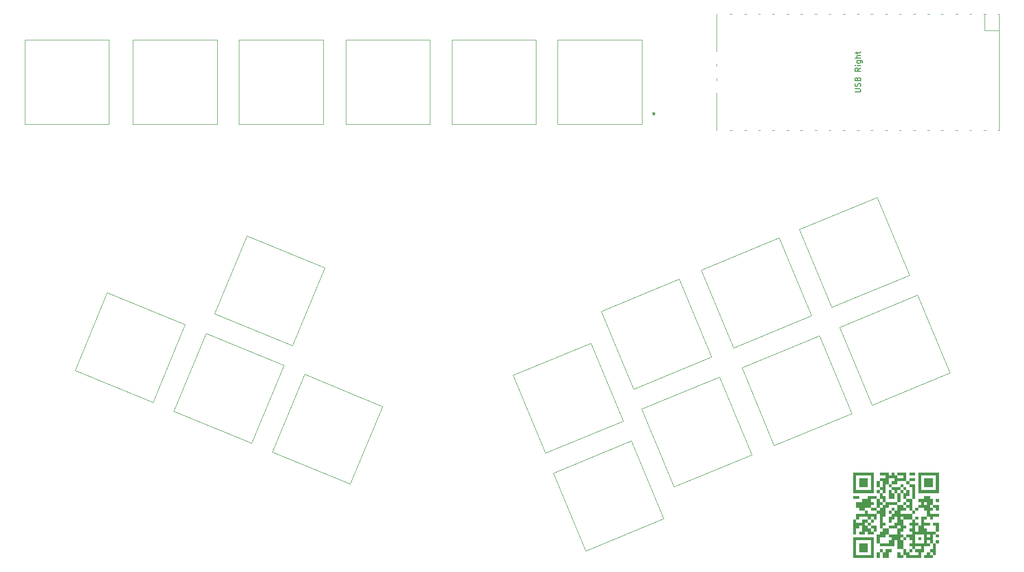
<source format=gbr>
%TF.GenerationSoftware,KiCad,Pcbnew,7.0.5*%
%TF.CreationDate,2023-07-09T01:00:59-05:00*%
%TF.ProjectId,NanoSwap,4e616e6f-5377-4617-902e-6b696361645f,rev?*%
%TF.SameCoordinates,Original*%
%TF.FileFunction,Legend,Top*%
%TF.FilePolarity,Positive*%
%FSLAX46Y46*%
G04 Gerber Fmt 4.6, Leading zero omitted, Abs format (unit mm)*
G04 Created by KiCad (PCBNEW 7.0.5) date 2023-07-09 01:00:59*
%MOMM*%
%LPD*%
G01*
G04 APERTURE LIST*
%ADD10C,0.200000*%
%ADD11C,0.150000*%
%ADD12C,0.120000*%
G04 APERTURE END LIST*
D10*
X166619469Y-56779219D02*
X166619469Y-57017314D01*
X166857564Y-56922076D02*
X166619469Y-57017314D01*
X166619469Y-57017314D02*
X166381374Y-56922076D01*
X166762326Y-57207790D02*
X166619469Y-57017314D01*
X166619469Y-57017314D02*
X166476612Y-57207790D01*
D11*
%TO.C,USB Right*%
X202908819Y-53101428D02*
X203718342Y-53101428D01*
X203718342Y-53101428D02*
X203813580Y-53053809D01*
X203813580Y-53053809D02*
X203861200Y-53006190D01*
X203861200Y-53006190D02*
X203908819Y-52910952D01*
X203908819Y-52910952D02*
X203908819Y-52720476D01*
X203908819Y-52720476D02*
X203861200Y-52625238D01*
X203861200Y-52625238D02*
X203813580Y-52577619D01*
X203813580Y-52577619D02*
X203718342Y-52530000D01*
X203718342Y-52530000D02*
X202908819Y-52530000D01*
X203861200Y-52101428D02*
X203908819Y-51958571D01*
X203908819Y-51958571D02*
X203908819Y-51720476D01*
X203908819Y-51720476D02*
X203861200Y-51625238D01*
X203861200Y-51625238D02*
X203813580Y-51577619D01*
X203813580Y-51577619D02*
X203718342Y-51530000D01*
X203718342Y-51530000D02*
X203623104Y-51530000D01*
X203623104Y-51530000D02*
X203527866Y-51577619D01*
X203527866Y-51577619D02*
X203480247Y-51625238D01*
X203480247Y-51625238D02*
X203432628Y-51720476D01*
X203432628Y-51720476D02*
X203385009Y-51910952D01*
X203385009Y-51910952D02*
X203337390Y-52006190D01*
X203337390Y-52006190D02*
X203289771Y-52053809D01*
X203289771Y-52053809D02*
X203194533Y-52101428D01*
X203194533Y-52101428D02*
X203099295Y-52101428D01*
X203099295Y-52101428D02*
X203004057Y-52053809D01*
X203004057Y-52053809D02*
X202956438Y-52006190D01*
X202956438Y-52006190D02*
X202908819Y-51910952D01*
X202908819Y-51910952D02*
X202908819Y-51672857D01*
X202908819Y-51672857D02*
X202956438Y-51530000D01*
X203385009Y-50768095D02*
X203432628Y-50625238D01*
X203432628Y-50625238D02*
X203480247Y-50577619D01*
X203480247Y-50577619D02*
X203575485Y-50530000D01*
X203575485Y-50530000D02*
X203718342Y-50530000D01*
X203718342Y-50530000D02*
X203813580Y-50577619D01*
X203813580Y-50577619D02*
X203861200Y-50625238D01*
X203861200Y-50625238D02*
X203908819Y-50720476D01*
X203908819Y-50720476D02*
X203908819Y-51101428D01*
X203908819Y-51101428D02*
X202908819Y-51101428D01*
X202908819Y-51101428D02*
X202908819Y-50768095D01*
X202908819Y-50768095D02*
X202956438Y-50672857D01*
X202956438Y-50672857D02*
X203004057Y-50625238D01*
X203004057Y-50625238D02*
X203099295Y-50577619D01*
X203099295Y-50577619D02*
X203194533Y-50577619D01*
X203194533Y-50577619D02*
X203289771Y-50625238D01*
X203289771Y-50625238D02*
X203337390Y-50672857D01*
X203337390Y-50672857D02*
X203385009Y-50768095D01*
X203385009Y-50768095D02*
X203385009Y-51101428D01*
X203908819Y-48768095D02*
X203432628Y-49101428D01*
X203908819Y-49339523D02*
X202908819Y-49339523D01*
X202908819Y-49339523D02*
X202908819Y-48958571D01*
X202908819Y-48958571D02*
X202956438Y-48863333D01*
X202956438Y-48863333D02*
X203004057Y-48815714D01*
X203004057Y-48815714D02*
X203099295Y-48768095D01*
X203099295Y-48768095D02*
X203242152Y-48768095D01*
X203242152Y-48768095D02*
X203337390Y-48815714D01*
X203337390Y-48815714D02*
X203385009Y-48863333D01*
X203385009Y-48863333D02*
X203432628Y-48958571D01*
X203432628Y-48958571D02*
X203432628Y-49339523D01*
X203908819Y-48339523D02*
X203242152Y-48339523D01*
X202908819Y-48339523D02*
X202956438Y-48387142D01*
X202956438Y-48387142D02*
X203004057Y-48339523D01*
X203004057Y-48339523D02*
X202956438Y-48291904D01*
X202956438Y-48291904D02*
X202908819Y-48339523D01*
X202908819Y-48339523D02*
X203004057Y-48339523D01*
X203242152Y-47434762D02*
X204051676Y-47434762D01*
X204051676Y-47434762D02*
X204146914Y-47482381D01*
X204146914Y-47482381D02*
X204194533Y-47530000D01*
X204194533Y-47530000D02*
X204242152Y-47625238D01*
X204242152Y-47625238D02*
X204242152Y-47768095D01*
X204242152Y-47768095D02*
X204194533Y-47863333D01*
X203861200Y-47434762D02*
X203908819Y-47530000D01*
X203908819Y-47530000D02*
X203908819Y-47720476D01*
X203908819Y-47720476D02*
X203861200Y-47815714D01*
X203861200Y-47815714D02*
X203813580Y-47863333D01*
X203813580Y-47863333D02*
X203718342Y-47910952D01*
X203718342Y-47910952D02*
X203432628Y-47910952D01*
X203432628Y-47910952D02*
X203337390Y-47863333D01*
X203337390Y-47863333D02*
X203289771Y-47815714D01*
X203289771Y-47815714D02*
X203242152Y-47720476D01*
X203242152Y-47720476D02*
X203242152Y-47530000D01*
X203242152Y-47530000D02*
X203289771Y-47434762D01*
X203908819Y-46958571D02*
X202908819Y-46958571D01*
X203908819Y-46530000D02*
X203385009Y-46530000D01*
X203385009Y-46530000D02*
X203289771Y-46577619D01*
X203289771Y-46577619D02*
X203242152Y-46672857D01*
X203242152Y-46672857D02*
X203242152Y-46815714D01*
X203242152Y-46815714D02*
X203289771Y-46910952D01*
X203289771Y-46910952D02*
X203337390Y-46958571D01*
X203242152Y-46196666D02*
X203242152Y-45815714D01*
X202908819Y-46053809D02*
X203765961Y-46053809D01*
X203765961Y-46053809D02*
X203861200Y-46006190D01*
X203861200Y-46006190D02*
X203908819Y-45910952D01*
X203908819Y-45910952D02*
X203908819Y-45815714D01*
D12*
%TO.C,REF\u002A\u002A*%
X111031810Y-43708000D02*
X111031810Y-58908000D01*
X111031810Y-58908000D02*
X126231810Y-58908000D01*
X126231810Y-43708000D02*
X111031810Y-43708000D01*
X126231810Y-58908000D02*
X126231810Y-43708000D01*
%TO.C,USB Right*%
X228954000Y-39030000D02*
X228654000Y-39030000D01*
X228954000Y-39030000D02*
X228954000Y-60030000D01*
X226554000Y-39030000D02*
X226154000Y-39030000D01*
X226287000Y-39030000D02*
X226287000Y-42037000D01*
X223954000Y-39030000D02*
X223554000Y-39030000D01*
X221454000Y-39030000D02*
X221054000Y-39030000D01*
X218854000Y-39030000D02*
X218454000Y-39030000D01*
X216354000Y-39030000D02*
X215954000Y-39030000D01*
X213854000Y-39030000D02*
X213454000Y-39030000D01*
X211254000Y-39030000D02*
X210854000Y-39030000D01*
X208754000Y-39030000D02*
X208354000Y-39030000D01*
X206154000Y-39030000D02*
X205754000Y-39030000D01*
X203654000Y-39030000D02*
X203254000Y-39030000D01*
X201154000Y-39030000D02*
X200754000Y-39030000D01*
X198554000Y-39030000D02*
X198154000Y-39030000D01*
X196054000Y-39030000D02*
X195654000Y-39030000D01*
X193454000Y-39030000D02*
X193054000Y-39030000D01*
X190954000Y-39030000D02*
X190554000Y-39030000D01*
X188354000Y-39030000D02*
X187954000Y-39030000D01*
X185854000Y-39030000D02*
X185454000Y-39030000D01*
X183354000Y-39030000D02*
X182954000Y-39030000D01*
X180754000Y-39030000D02*
X180354000Y-39030000D01*
X226287000Y-42037000D02*
X228954000Y-42037000D01*
X177954000Y-45830000D02*
X177954000Y-39030000D01*
X177954000Y-48030000D02*
X177954000Y-48430000D01*
X177954000Y-50630000D02*
X177954000Y-51030000D01*
X228954000Y-60030000D02*
X228654000Y-60030000D01*
X226554000Y-60030000D02*
X226154000Y-60030000D01*
X223954000Y-60030000D02*
X223554000Y-60030000D01*
X221454000Y-60030000D02*
X221054000Y-60030000D01*
X218854000Y-60030000D02*
X218454000Y-60030000D01*
X216354000Y-60030000D02*
X215954000Y-60030000D01*
X213854000Y-60030000D02*
X213454000Y-60030000D01*
X211254000Y-60030000D02*
X210854000Y-60030000D01*
X208754000Y-60030000D02*
X208354000Y-60030000D01*
X206154000Y-60030000D02*
X205754000Y-60030000D01*
X203654000Y-60030000D02*
X203254000Y-60030000D01*
X201154000Y-60030000D02*
X200754000Y-60030000D01*
X198554000Y-60030000D02*
X198154000Y-60030000D01*
X196054000Y-60030000D02*
X195654000Y-60030000D01*
X193454000Y-60030000D02*
X193054000Y-60030000D01*
X190954000Y-60030000D02*
X190554000Y-60030000D01*
X188354000Y-60030000D02*
X187954000Y-60030000D01*
X185854000Y-60030000D02*
X185454000Y-60030000D01*
X183354000Y-60030000D02*
X182954000Y-60030000D01*
X180754000Y-60030000D02*
X180354000Y-60030000D01*
X177954000Y-60030000D02*
X177954000Y-53230000D01*
%TO.C,REF\u002A\u002A*%
X85801573Y-96677362D02*
X79984784Y-110720331D01*
X79984784Y-110720331D02*
X94027753Y-116537120D01*
X99844542Y-102494151D02*
X85801573Y-96677362D01*
X94027753Y-116537120D02*
X99844542Y-102494151D01*
X148518158Y-121918436D02*
X154334947Y-135961405D01*
X154334947Y-135961405D02*
X168377916Y-130144616D01*
X162561127Y-116101647D02*
X148518158Y-121918436D01*
X168377916Y-130144616D02*
X162561127Y-116101647D01*
X93195573Y-79056625D02*
X87378784Y-93099594D01*
X87378784Y-93099594D02*
X101421753Y-98916383D01*
X107238542Y-84873414D02*
X93195573Y-79056625D01*
X101421753Y-98916383D02*
X107238542Y-84873414D01*
X91774810Y-43718000D02*
X91774810Y-58918000D01*
X91774810Y-58918000D02*
X106974810Y-58918000D01*
X106974810Y-43718000D02*
X91774810Y-43718000D01*
X106974810Y-58918000D02*
X106974810Y-43718000D01*
X182484920Y-102911069D02*
X188301709Y-116954038D01*
X188301709Y-116954038D02*
X202344678Y-111137249D01*
X196527889Y-97094280D02*
X182484920Y-102911069D01*
X202344678Y-111137249D02*
X196527889Y-97094280D01*
X200154909Y-95581096D02*
X205971698Y-109624065D01*
X205971698Y-109624065D02*
X220014667Y-103807276D01*
X214197878Y-89764307D02*
X200154909Y-95581096D01*
X220014667Y-103807276D02*
X214197878Y-89764307D01*
%TO.C,G\u002A\u002A\u002A*%
G36*
X203645333Y-126340000D02*
G01*
X203645333Y-126606666D01*
X203112000Y-126606666D01*
X202578666Y-126606666D01*
X202578666Y-126340000D01*
X202578666Y-126073333D01*
X203112000Y-126073333D01*
X203645333Y-126073333D01*
X203645333Y-126340000D01*
G37*
G36*
X205245333Y-123673333D02*
G01*
X205245333Y-124473333D01*
X204445333Y-124473333D01*
X203645333Y-124473333D01*
X203645333Y-123673333D01*
X203645333Y-122873333D01*
X204445333Y-122873333D01*
X205245333Y-122873333D01*
X205245333Y-123673333D01*
G37*
G36*
X205245333Y-135406666D02*
G01*
X205245333Y-136206666D01*
X204445333Y-136206666D01*
X203645333Y-136206666D01*
X203645333Y-135406666D01*
X203645333Y-134606666D01*
X204445333Y-134606666D01*
X205245333Y-134606666D01*
X205245333Y-135406666D01*
G37*
G36*
X206845333Y-128473333D02*
G01*
X206845333Y-128740000D01*
X206312000Y-128740000D01*
X205778666Y-128740000D01*
X205778666Y-128473333D01*
X205778666Y-128206666D01*
X206312000Y-128206666D01*
X206845333Y-128206666D01*
X206845333Y-128473333D01*
G37*
G36*
X212178666Y-127406666D02*
G01*
X212178666Y-127673333D01*
X211912000Y-127673333D01*
X211645333Y-127673333D01*
X211645333Y-127406666D01*
X211645333Y-127140000D01*
X211912000Y-127140000D01*
X212178666Y-127140000D01*
X212178666Y-127406666D01*
G37*
G36*
X212178666Y-133806666D02*
G01*
X212178666Y-134073333D01*
X211912000Y-134073333D01*
X211645333Y-134073333D01*
X211645333Y-133806666D01*
X211645333Y-133540000D01*
X211912000Y-133540000D01*
X212178666Y-133540000D01*
X212178666Y-133806666D01*
G37*
G36*
X213245333Y-135940000D02*
G01*
X213245333Y-136206666D01*
X212978666Y-136206666D01*
X212712000Y-136206666D01*
X212712000Y-135940000D01*
X212712000Y-135673333D01*
X212978666Y-135673333D01*
X213245333Y-135673333D01*
X213245333Y-135940000D01*
G37*
G36*
X213778666Y-122073333D02*
G01*
X213778666Y-122340000D01*
X213245333Y-122340000D01*
X212712000Y-122340000D01*
X212712000Y-122073333D01*
X212712000Y-121806666D01*
X213245333Y-121806666D01*
X213778666Y-121806666D01*
X213778666Y-122073333D01*
G37*
G36*
X214312000Y-130073333D02*
G01*
X214312000Y-130340000D01*
X214045333Y-130340000D01*
X213778666Y-130340000D01*
X213778666Y-130073333D01*
X213778666Y-129806666D01*
X214045333Y-129806666D01*
X214312000Y-129806666D01*
X214312000Y-130073333D01*
G37*
G36*
X214845333Y-133806666D02*
G01*
X214845333Y-134073333D01*
X214578666Y-134073333D01*
X214312000Y-134073333D01*
X214312000Y-133806666D01*
X214312000Y-133540000D01*
X214578666Y-133540000D01*
X214845333Y-133540000D01*
X214845333Y-133806666D01*
G37*
G36*
X216978666Y-123673333D02*
G01*
X216978666Y-124473333D01*
X216178666Y-124473333D01*
X215378666Y-124473333D01*
X215378666Y-123673333D01*
X215378666Y-122873333D01*
X216178666Y-122873333D01*
X216978666Y-122873333D01*
X216978666Y-123673333D01*
G37*
G36*
X218045333Y-126873333D02*
G01*
X218045333Y-127140000D01*
X217778666Y-127140000D01*
X217512000Y-127140000D01*
X217512000Y-126873333D01*
X217512000Y-126606666D01*
X217778666Y-126606666D01*
X218045333Y-126606666D01*
X218045333Y-126873333D01*
G37*
G36*
X218045333Y-133273333D02*
G01*
X218045333Y-133540000D01*
X217778666Y-133540000D01*
X217512000Y-133540000D01*
X217512000Y-133273333D01*
X217512000Y-133006666D01*
X217778666Y-133006666D01*
X218045333Y-133006666D01*
X218045333Y-133273333D01*
G37*
G36*
X210045333Y-128473333D02*
G01*
X210045333Y-128740000D01*
X209778666Y-128740000D01*
X209512000Y-128740000D01*
X209512000Y-129006666D01*
X209512000Y-129273333D01*
X209245333Y-129273333D01*
X208978666Y-129273333D01*
X208978666Y-129006666D01*
X208978666Y-128740000D01*
X209245333Y-128740000D01*
X209512000Y-128740000D01*
X209512000Y-128473333D01*
X209512000Y-128206666D01*
X209778666Y-128206666D01*
X210045333Y-128206666D01*
X210045333Y-128473333D01*
G37*
G36*
X206312000Y-123673333D02*
G01*
X206312000Y-125540000D01*
X204445333Y-125540000D01*
X202578666Y-125540000D01*
X202578666Y-123673333D01*
X202578666Y-122340000D01*
X203112000Y-122340000D01*
X203112000Y-123673333D01*
X203112000Y-125006666D01*
X204445333Y-125006666D01*
X205778666Y-125006666D01*
X205778666Y-123673333D01*
X205778666Y-122340000D01*
X204445333Y-122340000D01*
X203112000Y-122340000D01*
X202578666Y-122340000D01*
X202578666Y-121806666D01*
X204445333Y-121806666D01*
X206312000Y-121806666D01*
X206312000Y-123673333D01*
G37*
G36*
X206312000Y-135406666D02*
G01*
X206312000Y-137273333D01*
X204445333Y-137273333D01*
X202578666Y-137273333D01*
X202578666Y-135406666D01*
X202578666Y-134073333D01*
X203112000Y-134073333D01*
X203112000Y-135406666D01*
X203112000Y-136740000D01*
X204445333Y-136740000D01*
X205778666Y-136740000D01*
X205778666Y-135406666D01*
X205778666Y-134073333D01*
X204445333Y-134073333D01*
X203112000Y-134073333D01*
X202578666Y-134073333D01*
X202578666Y-133540000D01*
X204445333Y-133540000D01*
X206312000Y-133540000D01*
X206312000Y-135406666D01*
G37*
G36*
X218045333Y-123673333D02*
G01*
X218045333Y-125540000D01*
X216178666Y-125540000D01*
X214312000Y-125540000D01*
X214312000Y-123673333D01*
X214312000Y-122340000D01*
X214845333Y-122340000D01*
X214845333Y-123673333D01*
X214845333Y-125006666D01*
X216178666Y-125006666D01*
X217512000Y-125006666D01*
X217512000Y-123673333D01*
X217512000Y-122340000D01*
X216178666Y-122340000D01*
X214845333Y-122340000D01*
X214312000Y-122340000D01*
X214312000Y-121806666D01*
X216178666Y-121806666D01*
X218045333Y-121806666D01*
X218045333Y-123673333D01*
G37*
G36*
X207912000Y-135940000D02*
G01*
X207912000Y-136206666D01*
X208178666Y-136206666D01*
X208445333Y-136206666D01*
X208445333Y-135940000D01*
X208445333Y-135673333D01*
X208978666Y-135673333D01*
X209512000Y-135673333D01*
X209512000Y-135940000D01*
X209512000Y-136206666D01*
X209245333Y-136206666D01*
X208978666Y-136206666D01*
X208978666Y-136740000D01*
X208978666Y-137273333D01*
X208445333Y-137273333D01*
X207912000Y-137273333D01*
X207912000Y-136740000D01*
X207912000Y-136206666D01*
X207645333Y-136206666D01*
X207378666Y-136206666D01*
X207378666Y-136740000D01*
X207378666Y-137273333D01*
X207112000Y-137273333D01*
X206845333Y-137273333D01*
X206845333Y-136740000D01*
X206845333Y-136206666D01*
X207112000Y-136206666D01*
X207378666Y-136206666D01*
X207378666Y-135940000D01*
X207378666Y-135673333D01*
X207645333Y-135673333D01*
X207912000Y-135673333D01*
X207912000Y-135940000D01*
G37*
G36*
X207912000Y-125806666D02*
G01*
X207912000Y-126073333D01*
X208178666Y-126073333D01*
X208445333Y-126073333D01*
X208445333Y-126606666D01*
X208445333Y-127140000D01*
X208178666Y-127140000D01*
X207912000Y-127140000D01*
X207912000Y-126873333D01*
X207912000Y-126606666D01*
X207645333Y-126606666D01*
X207378666Y-126606666D01*
X207378666Y-126873333D01*
X207378666Y-127140000D01*
X207645333Y-127140000D01*
X207912000Y-127140000D01*
X207912000Y-127406666D01*
X207912000Y-127673333D01*
X207645333Y-127673333D01*
X207378666Y-127673333D01*
X207378666Y-127940000D01*
X207378666Y-128206666D01*
X207112000Y-128206666D01*
X206845333Y-128206666D01*
X206845333Y-127406666D01*
X206845333Y-126606666D01*
X206312000Y-126606666D01*
X205778666Y-126606666D01*
X205778666Y-126873333D01*
X205778666Y-127140000D01*
X206045333Y-127140000D01*
X206312000Y-127140000D01*
X206312000Y-127406666D01*
X206312000Y-127673333D01*
X206045333Y-127673333D01*
X205778666Y-127673333D01*
X205778666Y-127940000D01*
X205778666Y-128206666D01*
X205245333Y-128206666D01*
X204712000Y-128206666D01*
X204712000Y-128473333D01*
X204712000Y-128740000D01*
X204178666Y-128740000D01*
X203645333Y-128740000D01*
X203645333Y-128473333D01*
X203645333Y-128206666D01*
X203378666Y-128206666D01*
X203112000Y-128206666D01*
X203112000Y-127673333D01*
X203112000Y-127140000D01*
X203645333Y-127140000D01*
X204178666Y-127140000D01*
X204178666Y-126873333D01*
X204178666Y-126606666D01*
X204712000Y-126606666D01*
X205245333Y-126606666D01*
X205245333Y-126340000D01*
X205245333Y-126073333D01*
X206045333Y-126073333D01*
X206845333Y-126073333D01*
X206845333Y-126340000D01*
X206845333Y-126606666D01*
X207112000Y-126606666D01*
X207378666Y-126606666D01*
X207378666Y-126073333D01*
X207378666Y-125540000D01*
X207645333Y-125540000D01*
X207912000Y-125540000D01*
X207912000Y-125806666D01*
G37*
G36*
X209512000Y-124206666D02*
G01*
X209512000Y-124473333D01*
X210312000Y-124473333D01*
X211112000Y-124473333D01*
X211112000Y-124206666D01*
X211112000Y-123940000D01*
X211378666Y-123940000D01*
X211645333Y-123940000D01*
X211645333Y-124206666D01*
X211645333Y-124473333D01*
X211378666Y-124473333D01*
X211112000Y-124473333D01*
X211112000Y-124740000D01*
X211112000Y-125006666D01*
X210845333Y-125006666D01*
X210578666Y-125006666D01*
X210578666Y-125273333D01*
X210578666Y-125540000D01*
X210845333Y-125540000D01*
X211112000Y-125540000D01*
X211112000Y-125273333D01*
X211112000Y-125006666D01*
X211378666Y-125006666D01*
X211645333Y-125006666D01*
X211645333Y-124740000D01*
X211645333Y-124473333D01*
X211912000Y-124473333D01*
X212178666Y-124473333D01*
X212178666Y-124740000D01*
X212178666Y-125006666D01*
X211912000Y-125006666D01*
X211645333Y-125006666D01*
X211645333Y-125273333D01*
X211645333Y-125540000D01*
X211912000Y-125540000D01*
X212178666Y-125540000D01*
X212178666Y-125273333D01*
X212178666Y-125006666D01*
X212445333Y-125006666D01*
X212712000Y-125006666D01*
X212712000Y-125540000D01*
X212712000Y-126073333D01*
X212445333Y-126073333D01*
X212178666Y-126073333D01*
X212178666Y-126340000D01*
X212178666Y-126606666D01*
X211912000Y-126606666D01*
X211645333Y-126606666D01*
X211645333Y-126073333D01*
X211645333Y-125540000D01*
X211378666Y-125540000D01*
X211112000Y-125540000D01*
X211112000Y-126340000D01*
X211112000Y-127140000D01*
X210845333Y-127140000D01*
X210578666Y-127140000D01*
X210578666Y-126340000D01*
X210578666Y-125540000D01*
X210312000Y-125540000D01*
X210045333Y-125540000D01*
X210045333Y-126073333D01*
X210045333Y-126606666D01*
X209512000Y-126606666D01*
X208978666Y-126606666D01*
X208978666Y-125806666D01*
X208978666Y-125006666D01*
X209245333Y-125006666D01*
X209512000Y-125006666D01*
X209512000Y-125273333D01*
X209512000Y-125540000D01*
X209778666Y-125540000D01*
X210045333Y-125540000D01*
X210045333Y-125273333D01*
X210045333Y-125006666D01*
X209778666Y-125006666D01*
X209512000Y-125006666D01*
X209512000Y-124740000D01*
X209512000Y-124473333D01*
X209245333Y-124473333D01*
X208978666Y-124473333D01*
X208978666Y-124206666D01*
X208978666Y-123940000D01*
X209245333Y-123940000D01*
X209512000Y-123940000D01*
X209512000Y-124206666D01*
G37*
G36*
X208978666Y-122073333D02*
G01*
X208978666Y-122340000D01*
X209245333Y-122340000D01*
X209512000Y-122340000D01*
X209512000Y-122073333D01*
X209512000Y-121806666D01*
X209778666Y-121806666D01*
X210045333Y-121806666D01*
X210045333Y-122073333D01*
X210045333Y-122340000D01*
X210312000Y-122340000D01*
X210578666Y-122340000D01*
X210578666Y-122606666D01*
X210578666Y-122873333D01*
X211112000Y-122873333D01*
X211645333Y-122873333D01*
X211645333Y-122606666D01*
X211645333Y-122340000D01*
X211112000Y-122340000D01*
X210578666Y-122340000D01*
X210578666Y-122073333D01*
X210578666Y-121806666D01*
X211378666Y-121806666D01*
X212178666Y-121806666D01*
X212178666Y-122606666D01*
X212178666Y-123406666D01*
X212445333Y-123406666D01*
X212712000Y-123406666D01*
X212712000Y-123140000D01*
X212712000Y-122873333D01*
X213245333Y-122873333D01*
X213778666Y-122873333D01*
X213778666Y-123140000D01*
X213778666Y-123406666D01*
X213245333Y-123406666D01*
X212712000Y-123406666D01*
X212712000Y-123673333D01*
X212712000Y-123940000D01*
X212445333Y-123940000D01*
X212178666Y-123940000D01*
X212178666Y-123673333D01*
X212178666Y-123406666D01*
X211378666Y-123406666D01*
X210578666Y-123406666D01*
X210578666Y-123673333D01*
X210578666Y-123940000D01*
X210045333Y-123940000D01*
X209512000Y-123940000D01*
X209512000Y-123673333D01*
X209512000Y-123406666D01*
X209778666Y-123406666D01*
X210045333Y-123406666D01*
X210045333Y-123140000D01*
X210045333Y-122873333D01*
X209512000Y-122873333D01*
X208978666Y-122873333D01*
X208978666Y-123406666D01*
X208978666Y-123940000D01*
X208712000Y-123940000D01*
X208445333Y-123940000D01*
X208445333Y-124740000D01*
X208445333Y-125540000D01*
X208178666Y-125540000D01*
X207912000Y-125540000D01*
X207912000Y-125273333D01*
X207912000Y-125006666D01*
X207645333Y-125006666D01*
X207378666Y-125006666D01*
X207378666Y-125273333D01*
X207378666Y-125540000D01*
X207112000Y-125540000D01*
X206845333Y-125540000D01*
X206845333Y-125273333D01*
X206845333Y-125006666D01*
X207112000Y-125006666D01*
X207378666Y-125006666D01*
X207378666Y-124740000D01*
X207378666Y-124473333D01*
X207112000Y-124473333D01*
X206845333Y-124473333D01*
X206845333Y-123940000D01*
X206845333Y-123406666D01*
X207112000Y-123406666D01*
X207378666Y-123406666D01*
X207378666Y-123940000D01*
X207378666Y-124473333D01*
X207645333Y-124473333D01*
X207912000Y-124473333D01*
X207912000Y-123940000D01*
X207912000Y-123406666D01*
X207645333Y-123406666D01*
X207378666Y-123406666D01*
X207378666Y-123140000D01*
X207378666Y-122873333D01*
X207912000Y-122873333D01*
X208445333Y-122873333D01*
X208445333Y-122606666D01*
X208445333Y-122340000D01*
X207912000Y-122340000D01*
X207378666Y-122340000D01*
X207378666Y-122073333D01*
X207378666Y-121806666D01*
X208178666Y-121806666D01*
X208978666Y-121806666D01*
X208978666Y-122073333D01*
G37*
G36*
X210578666Y-127406666D02*
G01*
X210578666Y-127673333D01*
X209778666Y-127673333D01*
X208978666Y-127673333D01*
X208978666Y-127940000D01*
X208978666Y-128206666D01*
X208712000Y-128206666D01*
X208445333Y-128206666D01*
X208445333Y-129006666D01*
X208445333Y-129806666D01*
X208178666Y-129806666D01*
X207912000Y-129806666D01*
X207912000Y-130340000D01*
X207912000Y-130873333D01*
X208178666Y-130873333D01*
X208445333Y-130873333D01*
X208445333Y-131140000D01*
X208445333Y-131406666D01*
X208178666Y-131406666D01*
X207912000Y-131406666D01*
X207912000Y-131673333D01*
X207912000Y-131940000D01*
X207645333Y-131940000D01*
X207378666Y-131940000D01*
X207378666Y-130606666D01*
X207378666Y-129273333D01*
X207112000Y-129273333D01*
X206845333Y-129273333D01*
X206845333Y-129806666D01*
X206845333Y-130340000D01*
X206578666Y-130340000D01*
X206312000Y-130340000D01*
X206312000Y-130606666D01*
X206312000Y-130873333D01*
X206045333Y-130873333D01*
X205778666Y-130873333D01*
X205778666Y-131140000D01*
X205778666Y-131406666D01*
X205512000Y-131406666D01*
X205245333Y-131406666D01*
X205245333Y-131673333D01*
X205245333Y-131940000D01*
X205512000Y-131940000D01*
X205778666Y-131940000D01*
X205778666Y-132206666D01*
X205778666Y-132473333D01*
X206045333Y-132473333D01*
X206312000Y-132473333D01*
X206312000Y-132206666D01*
X206312000Y-131940000D01*
X206045333Y-131940000D01*
X205778666Y-131940000D01*
X205778666Y-131673333D01*
X205778666Y-131406666D01*
X206312000Y-131406666D01*
X206845333Y-131406666D01*
X206845333Y-131940000D01*
X206845333Y-132473333D01*
X206578666Y-132473333D01*
X206312000Y-132473333D01*
X206312000Y-132740000D01*
X206312000Y-133006666D01*
X205778666Y-133006666D01*
X205245333Y-133006666D01*
X205245333Y-132740000D01*
X205245333Y-132473333D01*
X204978666Y-132473333D01*
X204712000Y-132473333D01*
X204712000Y-132740000D01*
X204712000Y-133006666D01*
X204178666Y-133006666D01*
X203645333Y-133006666D01*
X203645333Y-132740000D01*
X203645333Y-132473333D01*
X203912000Y-132473333D01*
X204178666Y-132473333D01*
X204178666Y-131940000D01*
X204178666Y-131406666D01*
X203912000Y-131406666D01*
X203645333Y-131406666D01*
X203645333Y-131673333D01*
X203645333Y-131940000D01*
X203378666Y-131940000D01*
X203112000Y-131940000D01*
X203112000Y-132473333D01*
X203112000Y-133006666D01*
X202845333Y-133006666D01*
X202578666Y-133006666D01*
X202578666Y-131673333D01*
X202578666Y-130873333D01*
X203112000Y-130873333D01*
X203645333Y-130873333D01*
X204178666Y-130873333D01*
X204178666Y-130606666D01*
X204178666Y-130340000D01*
X204712000Y-130340000D01*
X205245333Y-130340000D01*
X205245333Y-130606666D01*
X205245333Y-130873333D01*
X204978666Y-130873333D01*
X204712000Y-130873333D01*
X204712000Y-131140000D01*
X204712000Y-131406666D01*
X204978666Y-131406666D01*
X205245333Y-131406666D01*
X205245333Y-131140000D01*
X205245333Y-130873333D01*
X205512000Y-130873333D01*
X205778666Y-130873333D01*
X205778666Y-130606666D01*
X205778666Y-130340000D01*
X206045333Y-130340000D01*
X206312000Y-130340000D01*
X206312000Y-130073333D01*
X206312000Y-129806666D01*
X206045333Y-129806666D01*
X205778666Y-129806666D01*
X205778666Y-130073333D01*
X205778666Y-130340000D01*
X205512000Y-130340000D01*
X205245333Y-130340000D01*
X205245333Y-130073333D01*
X205245333Y-129806666D01*
X204445333Y-129806666D01*
X203645333Y-129806666D01*
X203645333Y-130073333D01*
X203645333Y-130340000D01*
X203378666Y-130340000D01*
X203112000Y-130340000D01*
X203112000Y-130606666D01*
X203112000Y-130873333D01*
X202578666Y-130873333D01*
X202578666Y-130340000D01*
X202845333Y-130340000D01*
X203112000Y-130340000D01*
X203112000Y-129806666D01*
X203112000Y-129273333D01*
X203912000Y-129273333D01*
X204712000Y-129273333D01*
X204712000Y-129006666D01*
X204712000Y-128740000D01*
X204978666Y-128740000D01*
X205245333Y-128740000D01*
X205245333Y-129006666D01*
X205245333Y-129273333D01*
X206045333Y-129273333D01*
X206845333Y-129273333D01*
X206845333Y-129006666D01*
X206845333Y-128740000D01*
X207112000Y-128740000D01*
X207378666Y-128740000D01*
X207378666Y-128473333D01*
X207378666Y-128206666D01*
X207645333Y-128206666D01*
X207912000Y-128206666D01*
X207912000Y-127940000D01*
X207912000Y-127673333D01*
X208178666Y-127673333D01*
X208445333Y-127673333D01*
X208445333Y-127406666D01*
X208445333Y-127140000D01*
X209512000Y-127140000D01*
X210578666Y-127140000D01*
X210578666Y-127406666D01*
G37*
G36*
X213778666Y-125273333D02*
G01*
X213778666Y-126606666D01*
X213512000Y-126606666D01*
X213245333Y-126606666D01*
X213245333Y-127673333D01*
X213245333Y-128740000D01*
X213512000Y-128740000D01*
X213778666Y-128740000D01*
X213778666Y-128473333D01*
X213778666Y-128206666D01*
X214045333Y-128206666D01*
X214312000Y-128206666D01*
X214312000Y-127940000D01*
X214312000Y-127673333D01*
X214578666Y-127673333D01*
X214845333Y-127673333D01*
X214845333Y-127406666D01*
X214845333Y-127140000D01*
X215378666Y-127140000D01*
X215378666Y-127406666D01*
X215378666Y-127673333D01*
X215645333Y-127673333D01*
X215912000Y-127673333D01*
X215912000Y-127406666D01*
X215912000Y-127140000D01*
X215645333Y-127140000D01*
X215378666Y-127140000D01*
X214845333Y-127140000D01*
X214578666Y-127140000D01*
X214312000Y-127140000D01*
X214312000Y-126873333D01*
X214312000Y-126606666D01*
X214845333Y-126606666D01*
X215378666Y-126606666D01*
X215378666Y-126340000D01*
X215378666Y-126073333D01*
X215912000Y-126073333D01*
X216445333Y-126073333D01*
X216445333Y-126340000D01*
X216445333Y-126606666D01*
X216712000Y-126606666D01*
X216978666Y-126606666D01*
X216978666Y-127140000D01*
X216978666Y-127673333D01*
X216712000Y-127673333D01*
X216445333Y-127673333D01*
X216445333Y-127940000D01*
X216445333Y-128206666D01*
X216712000Y-128206666D01*
X216978666Y-128206666D01*
X216978666Y-127940000D01*
X216978666Y-127673333D01*
X217512000Y-127673333D01*
X218045333Y-127673333D01*
X218045333Y-128206666D01*
X218045333Y-128740000D01*
X217778666Y-128740000D01*
X217512000Y-128740000D01*
X217512000Y-128473333D01*
X217512000Y-128206666D01*
X217245333Y-128206666D01*
X216978666Y-128206666D01*
X216978666Y-128473333D01*
X216978666Y-128740000D01*
X216712000Y-128740000D01*
X216445333Y-128740000D01*
X216445333Y-129006666D01*
X216445333Y-129273333D01*
X217245333Y-129273333D01*
X218045333Y-129273333D01*
X218045333Y-129540000D01*
X218045333Y-129806666D01*
X217512000Y-129806666D01*
X216978666Y-129806666D01*
X216978666Y-130073333D01*
X216978666Y-130340000D01*
X216712000Y-130340000D01*
X216445333Y-130340000D01*
X216445333Y-130073333D01*
X216445333Y-129806666D01*
X216178666Y-129806666D01*
X215912000Y-129806666D01*
X215912000Y-130073333D01*
X215912000Y-130340000D01*
X215645333Y-130340000D01*
X215378666Y-130340000D01*
X215378666Y-130606666D01*
X215378666Y-130873333D01*
X215912000Y-130873333D01*
X216445333Y-130873333D01*
X216445333Y-131140000D01*
X216445333Y-131406666D01*
X215912000Y-131406666D01*
X215378666Y-131406666D01*
X215378666Y-131673333D01*
X215378666Y-131940000D01*
X215645333Y-131940000D01*
X215912000Y-131940000D01*
X215912000Y-132206666D01*
X215912000Y-132473333D01*
X216712000Y-132473333D01*
X217512000Y-132473333D01*
X217512000Y-131940000D01*
X217512000Y-131406666D01*
X217245333Y-131406666D01*
X216978666Y-131406666D01*
X216978666Y-131140000D01*
X216978666Y-130873333D01*
X217512000Y-130873333D01*
X218045333Y-130873333D01*
X218045333Y-131673333D01*
X218045333Y-132473333D01*
X217778666Y-132473333D01*
X217512000Y-132473333D01*
X217512000Y-132740000D01*
X217512000Y-133006666D01*
X217245333Y-133006666D01*
X216978666Y-133006666D01*
X216978666Y-133806666D01*
X216978666Y-134606666D01*
X217245333Y-134606666D01*
X217512000Y-134606666D01*
X217512000Y-134340000D01*
X217512000Y-134073333D01*
X217778666Y-134073333D01*
X218045333Y-134073333D01*
X218045333Y-134340000D01*
X218045333Y-134606666D01*
X217778666Y-134606666D01*
X217512000Y-134606666D01*
X217512000Y-135673333D01*
X217512000Y-136740000D01*
X217245333Y-136740000D01*
X216978666Y-136740000D01*
X216978666Y-137006666D01*
X216978666Y-137273333D01*
X216178666Y-137273333D01*
X215378666Y-137273333D01*
X215378666Y-137006666D01*
X215378666Y-136740000D01*
X215645333Y-136740000D01*
X215912000Y-136740000D01*
X215912000Y-136473333D01*
X215912000Y-136206666D01*
X216178666Y-136206666D01*
X216445333Y-136206666D01*
X216445333Y-136473333D01*
X216445333Y-136740000D01*
X216712000Y-136740000D01*
X216978666Y-136740000D01*
X216978666Y-136473333D01*
X216978666Y-136206666D01*
X216712000Y-136206666D01*
X216445333Y-136206666D01*
X216445333Y-135940000D01*
X216445333Y-135673333D01*
X216712000Y-135673333D01*
X216978666Y-135673333D01*
X216978666Y-135140000D01*
X216978666Y-134606666D01*
X216712000Y-134606666D01*
X216445333Y-134606666D01*
X216445333Y-134873333D01*
X216445333Y-135140000D01*
X215912000Y-135140000D01*
X215378666Y-135140000D01*
X215378666Y-135673333D01*
X215378666Y-136206666D01*
X215112000Y-136206666D01*
X214845333Y-136206666D01*
X214845333Y-136740000D01*
X214845333Y-137273333D01*
X213512000Y-137273333D01*
X212178666Y-137273333D01*
X212178666Y-137006666D01*
X212178666Y-136740000D01*
X211912000Y-136740000D01*
X211645333Y-136740000D01*
X211645333Y-137006666D01*
X211645333Y-137273333D01*
X211112000Y-137273333D01*
X210578666Y-137273333D01*
X210578666Y-136740000D01*
X210578666Y-136206666D01*
X210845333Y-136206666D01*
X211112000Y-136206666D01*
X211112000Y-136473333D01*
X211112000Y-136740000D01*
X211378666Y-136740000D01*
X211645333Y-136740000D01*
X211645333Y-136206666D01*
X211645333Y-135673333D01*
X211912000Y-135673333D01*
X212178666Y-135673333D01*
X212178666Y-135940000D01*
X212178666Y-136206666D01*
X212445333Y-136206666D01*
X212712000Y-136206666D01*
X212712000Y-136473333D01*
X212712000Y-136740000D01*
X213512000Y-136740000D01*
X214312000Y-136740000D01*
X214312000Y-136473333D01*
X214312000Y-136206666D01*
X214045333Y-136206666D01*
X213778666Y-136206666D01*
X213778666Y-135940000D01*
X213778666Y-135673333D01*
X214312000Y-135673333D01*
X214845333Y-135673333D01*
X214845333Y-135406666D01*
X214845333Y-135140000D01*
X214312000Y-135140000D01*
X213778666Y-135140000D01*
X213778666Y-135406666D01*
X213778666Y-135673333D01*
X213512000Y-135673333D01*
X213245333Y-135673333D01*
X213245333Y-135406666D01*
X213245333Y-135140000D01*
X212978666Y-135140000D01*
X212712000Y-135140000D01*
X212712000Y-134873333D01*
X212712000Y-134606666D01*
X212978666Y-134606666D01*
X213245333Y-134606666D01*
X213245333Y-134340000D01*
X213245333Y-134073333D01*
X212978666Y-134073333D01*
X212712000Y-134073333D01*
X212712000Y-133806666D01*
X212712000Y-133540000D01*
X212445333Y-133540000D01*
X212178666Y-133540000D01*
X212178666Y-133273333D01*
X212178666Y-133006666D01*
X212712000Y-133006666D01*
X213245333Y-133006666D01*
X213778666Y-133006666D01*
X213778666Y-133806666D01*
X213778666Y-134606666D01*
X214578666Y-134606666D01*
X215378666Y-134606666D01*
X215378666Y-134073333D01*
X215912000Y-134073333D01*
X215912000Y-134340000D01*
X215912000Y-134606666D01*
X216178666Y-134606666D01*
X216445333Y-134606666D01*
X216445333Y-134340000D01*
X216445333Y-134073333D01*
X216178666Y-134073333D01*
X215912000Y-134073333D01*
X215378666Y-134073333D01*
X215378666Y-133806666D01*
X215378666Y-133006666D01*
X215912000Y-133006666D01*
X215912000Y-133273333D01*
X215912000Y-133540000D01*
X216178666Y-133540000D01*
X216445333Y-133540000D01*
X216445333Y-133273333D01*
X216445333Y-133006666D01*
X216178666Y-133006666D01*
X215912000Y-133006666D01*
X215378666Y-133006666D01*
X214578666Y-133006666D01*
X213778666Y-133006666D01*
X213245333Y-133006666D01*
X213245333Y-132740000D01*
X213245333Y-132473333D01*
X212978666Y-132473333D01*
X212712000Y-132473333D01*
X212712000Y-132206666D01*
X212712000Y-131940000D01*
X212978666Y-131940000D01*
X213245333Y-131940000D01*
X213245333Y-131673333D01*
X213245333Y-131406666D01*
X212978666Y-131406666D01*
X212712000Y-131406666D01*
X212712000Y-131140000D01*
X212712000Y-130873333D01*
X212978666Y-130873333D01*
X213245333Y-130873333D01*
X213245333Y-130606666D01*
X213245333Y-130340000D01*
X213512000Y-130340000D01*
X213778666Y-130340000D01*
X213778666Y-130606666D01*
X213778666Y-130873333D01*
X214045333Y-130873333D01*
X214312000Y-130873333D01*
X214312000Y-131140000D01*
X214312000Y-131406666D01*
X214045333Y-131406666D01*
X213778666Y-131406666D01*
X213778666Y-131940000D01*
X213778666Y-132473333D01*
X214045333Y-132473333D01*
X214312000Y-132473333D01*
X214312000Y-131940000D01*
X214312000Y-131406666D01*
X214578666Y-131406666D01*
X214845333Y-131406666D01*
X214845333Y-130606666D01*
X214845333Y-129806666D01*
X215378666Y-129806666D01*
X215912000Y-129806666D01*
X215912000Y-129273333D01*
X215912000Y-128740000D01*
X215645333Y-128740000D01*
X215378666Y-128740000D01*
X215378666Y-128473333D01*
X215378666Y-128206666D01*
X214845333Y-128206666D01*
X214312000Y-128206666D01*
X214312000Y-128473333D01*
X214312000Y-128740000D01*
X214045333Y-128740000D01*
X213778666Y-128740000D01*
X213778666Y-129006666D01*
X213778666Y-129273333D01*
X213512000Y-129273333D01*
X213245333Y-129273333D01*
X213245333Y-129006666D01*
X213245333Y-128740000D01*
X212978666Y-128740000D01*
X212712000Y-128740000D01*
X212712000Y-128473333D01*
X212712000Y-128206666D01*
X212445333Y-128206666D01*
X212178666Y-128206666D01*
X212178666Y-128473333D01*
X212178666Y-128740000D01*
X211645333Y-128740000D01*
X211112000Y-128740000D01*
X211112000Y-129006666D01*
X211112000Y-129273333D01*
X212178666Y-129273333D01*
X213245333Y-129273333D01*
X213245333Y-129806666D01*
X213245333Y-130340000D01*
X212445333Y-130340000D01*
X211645333Y-130340000D01*
X211645333Y-130073333D01*
X211645333Y-129806666D01*
X211378666Y-129806666D01*
X211112000Y-129806666D01*
X211112000Y-130073333D01*
X211112000Y-130340000D01*
X211378666Y-130340000D01*
X211645333Y-130340000D01*
X211645333Y-130873333D01*
X211645333Y-131406666D01*
X211912000Y-131406666D01*
X212178666Y-131406666D01*
X212178666Y-131673333D01*
X212178666Y-131940000D01*
X211912000Y-131940000D01*
X211645333Y-131940000D01*
X211645333Y-132206666D01*
X211645333Y-132473333D01*
X211378666Y-132473333D01*
X211112000Y-132473333D01*
X211112000Y-132740000D01*
X211112000Y-133006666D01*
X211378666Y-133006666D01*
X211645333Y-133006666D01*
X211645333Y-133273333D01*
X211645333Y-133540000D01*
X211378666Y-133540000D01*
X211112000Y-133540000D01*
X211112000Y-133806666D01*
X211112000Y-134073333D01*
X211378666Y-134073333D01*
X211645333Y-134073333D01*
X211645333Y-134873333D01*
X211645333Y-135673333D01*
X211112000Y-135673333D01*
X210578666Y-135673333D01*
X210578666Y-134873333D01*
X210578666Y-134073333D01*
X210312000Y-134073333D01*
X210045333Y-134073333D01*
X210045333Y-134606666D01*
X210045333Y-135140000D01*
X208712000Y-135140000D01*
X207378666Y-135140000D01*
X207378666Y-134873333D01*
X207378666Y-134606666D01*
X207112000Y-134606666D01*
X206845333Y-134606666D01*
X206845333Y-133806666D01*
X206845333Y-133006666D01*
X207112000Y-133006666D01*
X207378666Y-133006666D01*
X207378666Y-132740000D01*
X207378666Y-132473333D01*
X207645333Y-132473333D01*
X207912000Y-132473333D01*
X207912000Y-132206666D01*
X207912000Y-131940000D01*
X208445333Y-131940000D01*
X208978666Y-131940000D01*
X208978666Y-132473333D01*
X208978666Y-133006666D01*
X208712000Y-133006666D01*
X208445333Y-133006666D01*
X208445333Y-133273333D01*
X208445333Y-133540000D01*
X207912000Y-133540000D01*
X207378666Y-133540000D01*
X207378666Y-134073333D01*
X207378666Y-134606666D01*
X208178666Y-134606666D01*
X208978666Y-134606666D01*
X208978666Y-134340000D01*
X208978666Y-134073333D01*
X209245333Y-134073333D01*
X209512000Y-134073333D01*
X209512000Y-133806666D01*
X209512000Y-133540000D01*
X209245333Y-133540000D01*
X208978666Y-133540000D01*
X208978666Y-133273333D01*
X208978666Y-133006666D01*
X209778666Y-133006666D01*
X210578666Y-133006666D01*
X210578666Y-132473333D01*
X210578666Y-131940000D01*
X210845333Y-131940000D01*
X211112000Y-131940000D01*
X211112000Y-131673333D01*
X211112000Y-131406666D01*
X210845333Y-131406666D01*
X210578666Y-131406666D01*
X210578666Y-131673333D01*
X210578666Y-131940000D01*
X209778666Y-131940000D01*
X208978666Y-131940000D01*
X208978666Y-131673333D01*
X208978666Y-131406666D01*
X209512000Y-131406666D01*
X210045333Y-131406666D01*
X210045333Y-131140000D01*
X210045333Y-130873333D01*
X210312000Y-130873333D01*
X210578666Y-130873333D01*
X210578666Y-130340000D01*
X210578666Y-129806666D01*
X210312000Y-129806666D01*
X210045333Y-129806666D01*
X210045333Y-130073333D01*
X210045333Y-130340000D01*
X209778666Y-130340000D01*
X209512000Y-130340000D01*
X209512000Y-130606666D01*
X209512000Y-130873333D01*
X209245333Y-130873333D01*
X208978666Y-130873333D01*
X208978666Y-130340000D01*
X208978666Y-129806666D01*
X209245333Y-129806666D01*
X209512000Y-129806666D01*
X209512000Y-129540000D01*
X209512000Y-129273333D01*
X209778666Y-129273333D01*
X210045333Y-129273333D01*
X210045333Y-129006666D01*
X210045333Y-128740000D01*
X210312000Y-128740000D01*
X210578666Y-128740000D01*
X210578666Y-128206666D01*
X210578666Y-127673333D01*
X211112000Y-127673333D01*
X211645333Y-127673333D01*
X211645333Y-127940000D01*
X211645333Y-128206666D01*
X211912000Y-128206666D01*
X212178666Y-128206666D01*
X212178666Y-127940000D01*
X212178666Y-127673333D01*
X212445333Y-127673333D01*
X212712000Y-127673333D01*
X212712000Y-127406666D01*
X212712000Y-127140000D01*
X212445333Y-127140000D01*
X212178666Y-127140000D01*
X212178666Y-126873333D01*
X212178666Y-126606666D01*
X212712000Y-126606666D01*
X213245333Y-126606666D01*
X213245333Y-125540000D01*
X213245333Y-124473333D01*
X212978666Y-124473333D01*
X212712000Y-124473333D01*
X212712000Y-124206666D01*
X212712000Y-123940000D01*
X213245333Y-123940000D01*
X213778666Y-123940000D01*
X213778666Y-125273333D01*
G37*
%TO.C,REF\u002A\u002A*%
X68004883Y-89305734D02*
X62188094Y-103348703D01*
X62188094Y-103348703D02*
X76231063Y-109165492D01*
X82047852Y-95122523D02*
X68004883Y-89305734D01*
X76231063Y-109165492D02*
X82047852Y-95122523D01*
X157130031Y-92720233D02*
X162946820Y-106763202D01*
X162946820Y-106763202D02*
X176989789Y-100946413D01*
X171173000Y-86903444D02*
X157130031Y-92720233D01*
X176989789Y-100946413D02*
X171173000Y-86903444D01*
X103598737Y-104047861D02*
X97781948Y-118090830D01*
X97781948Y-118090830D02*
X111824917Y-123907619D01*
X117641706Y-109864650D02*
X103598737Y-104047861D01*
X111824917Y-123907619D02*
X117641706Y-109864650D01*
X192846421Y-77936846D02*
X198663210Y-91979815D01*
X198663210Y-91979815D02*
X212706179Y-86163026D01*
X206889390Y-72120057D02*
X192846421Y-77936846D01*
X212706179Y-86163026D02*
X206889390Y-72120057D01*
X130154000Y-43718000D02*
X130154000Y-58918000D01*
X130154000Y-58918000D02*
X145354000Y-58918000D01*
X145354000Y-43718000D02*
X130154000Y-43718000D01*
X145354000Y-58918000D02*
X145354000Y-43718000D01*
X164438518Y-110364486D02*
X170255307Y-124407455D01*
X170255307Y-124407455D02*
X184298276Y-118590666D01*
X178481487Y-104547697D02*
X164438518Y-110364486D01*
X184298276Y-118590666D02*
X178481487Y-104547697D01*
X72644810Y-43728000D02*
X72644810Y-58928000D01*
X72644810Y-58928000D02*
X87844810Y-58928000D01*
X87844810Y-43728000D02*
X72644810Y-43728000D01*
X87844810Y-58928000D02*
X87844810Y-43728000D01*
X149284000Y-43708000D02*
X149284000Y-58908000D01*
X149284000Y-58908000D02*
X164484000Y-58908000D01*
X164484000Y-43708000D02*
X149284000Y-43708000D01*
X164484000Y-58908000D02*
X164484000Y-43708000D01*
X175176429Y-85266820D02*
X180993218Y-99309789D01*
X180993218Y-99309789D02*
X195036187Y-93493000D01*
X189219398Y-79450031D02*
X175176429Y-85266820D01*
X195036187Y-93493000D02*
X189219398Y-79450031D01*
X53119810Y-43708000D02*
X53119810Y-58908000D01*
X53119810Y-58908000D02*
X68319810Y-58908000D01*
X68319810Y-43708000D02*
X53119810Y-43708000D01*
X68319810Y-58908000D02*
X68319810Y-43708000D01*
X141209670Y-104274184D02*
X147026459Y-118317153D01*
X147026459Y-118317153D02*
X161069428Y-112500364D01*
X155252639Y-98457395D02*
X141209670Y-104274184D01*
X161069428Y-112500364D02*
X155252639Y-98457395D01*
%TD*%
M02*

</source>
